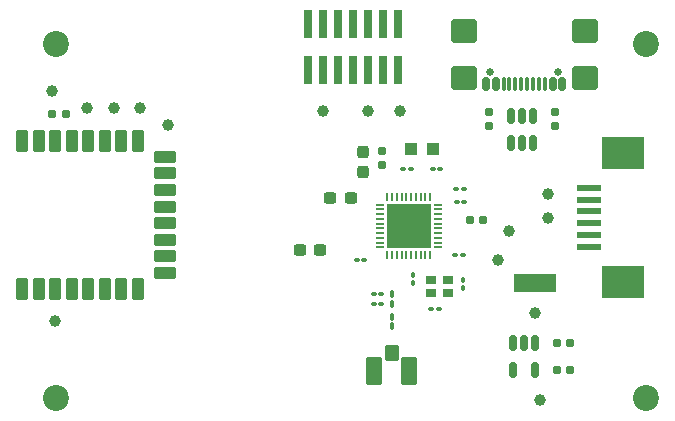
<source format=gts>
G04 #@! TF.GenerationSoftware,KiCad,Pcbnew,9.0.1*
G04 #@! TF.CreationDate,2025-08-05T19:10:54+03:00*
G04 #@! TF.ProjectId,com_board,636f6d5f-626f-4617-9264-2e6b69636164,rev?*
G04 #@! TF.SameCoordinates,Original*
G04 #@! TF.FileFunction,Soldermask,Top*
G04 #@! TF.FilePolarity,Negative*
%FSLAX46Y46*%
G04 Gerber Fmt 4.6, Leading zero omitted, Abs format (unit mm)*
G04 Created by KiCad (PCBNEW 9.0.1) date 2025-08-05 19:10:54*
%MOMM*%
%LPD*%
G01*
G04 APERTURE LIST*
G04 Aperture macros list*
%AMRoundRect*
0 Rectangle with rounded corners*
0 $1 Rounding radius*
0 $2 $3 $4 $5 $6 $7 $8 $9 X,Y pos of 4 corners*
0 Add a 4 corners polygon primitive as box body*
4,1,4,$2,$3,$4,$5,$6,$7,$8,$9,$2,$3,0*
0 Add four circle primitives for the rounded corners*
1,1,$1+$1,$2,$3*
1,1,$1+$1,$4,$5*
1,1,$1+$1,$6,$7*
1,1,$1+$1,$8,$9*
0 Add four rect primitives between the rounded corners*
20,1,$1+$1,$2,$3,$4,$5,0*
20,1,$1+$1,$4,$5,$6,$7,0*
20,1,$1+$1,$6,$7,$8,$9,0*
20,1,$1+$1,$8,$9,$2,$3,0*%
G04 Aperture macros list end*
%ADD10C,0.000000*%
%ADD11R,1.050000X1.100000*%
%ADD12RoundRect,0.155000X-0.212500X-0.155000X0.212500X-0.155000X0.212500X0.155000X-0.212500X0.155000X0*%
%ADD13RoundRect,0.100000X-0.100000X0.217500X-0.100000X-0.217500X0.100000X-0.217500X0.100000X0.217500X0*%
%ADD14RoundRect,0.237500X0.237500X-0.300000X0.237500X0.300000X-0.237500X0.300000X-0.237500X-0.300000X0*%
%ADD15RoundRect,0.102000X0.550000X1.125000X-0.550000X1.125000X-0.550000X-1.125000X0.550000X-1.125000X0*%
%ADD16RoundRect,0.102000X0.525000X0.550000X-0.525000X0.550000X-0.525000X-0.550000X0.525000X-0.550000X0*%
%ADD17R,0.740000X2.400000*%
%ADD18RoundRect,0.155000X0.155000X-0.212500X0.155000X0.212500X-0.155000X0.212500X-0.155000X-0.212500X0*%
%ADD19RoundRect,0.100000X-0.100000X0.130000X-0.100000X-0.130000X0.100000X-0.130000X0.100000X0.130000X0*%
%ADD20RoundRect,0.100000X0.130000X0.100000X-0.130000X0.100000X-0.130000X-0.100000X0.130000X-0.100000X0*%
%ADD21RoundRect,0.160000X0.160000X-0.197500X0.160000X0.197500X-0.160000X0.197500X-0.160000X-0.197500X0*%
%ADD22RoundRect,0.100000X-0.130000X-0.100000X0.130000X-0.100000X0.130000X0.100000X-0.130000X0.100000X0*%
%ADD23RoundRect,0.150000X0.350000X-0.800000X0.350000X0.800000X-0.350000X0.800000X-0.350000X-0.800000X0*%
%ADD24RoundRect,0.150000X0.800000X0.350000X-0.800000X0.350000X-0.800000X-0.350000X0.800000X-0.350000X0*%
%ADD25RoundRect,0.150000X-0.350000X0.800000X-0.350000X-0.800000X0.350000X-0.800000X0.350000X0.800000X0*%
%ADD26C,1.000000*%
%ADD27RoundRect,0.150000X-0.150000X0.512500X-0.150000X-0.512500X0.150000X-0.512500X0.150000X0.512500X0*%
%ADD28R,0.900000X0.800000*%
%ADD29C,0.650000*%
%ADD30RoundRect,0.150000X0.150000X0.425000X-0.150000X0.425000X-0.150000X-0.425000X0.150000X-0.425000X0*%
%ADD31RoundRect,0.075000X0.075000X0.500000X-0.075000X0.500000X-0.075000X-0.500000X0.075000X-0.500000X0*%
%ADD32RoundRect,0.250000X0.840000X0.750000X-0.840000X0.750000X-0.840000X-0.750000X0.840000X-0.750000X0*%
%ADD33R,2.000000X0.610000*%
%ADD34R,3.600000X2.680000*%
%ADD35RoundRect,0.160000X-0.197500X-0.160000X0.197500X-0.160000X0.197500X0.160000X-0.197500X0.160000X0*%
%ADD36C,2.200000*%
%ADD37R,0.200000X0.800000*%
%ADD38R,0.800000X0.200000*%
%ADD39R,3.700000X3.700000*%
%ADD40R,1.000000X1.500000*%
%ADD41RoundRect,0.237500X0.300000X0.237500X-0.300000X0.237500X-0.300000X-0.237500X0.300000X-0.237500X0*%
G04 APERTURE END LIST*
D10*
G04 #@! TO.C,JP1*
G36*
X141379997Y-109510005D02*
G01*
X141379999Y-111010005D01*
X139780001Y-111010001D01*
X139779999Y-109510001D01*
X141379997Y-109510005D01*
G37*
G04 #@! TD*
D11*
G04 #@! TO.C,Y1*
X130065000Y-98920000D03*
X131915000Y-98920000D03*
G04 #@! TD*
D12*
G04 #@! TO.C,C17*
X142392500Y-117600000D03*
X143527500Y-117600000D03*
G04 #@! TD*
D13*
G04 #@! TO.C,L1*
X128489995Y-111190003D03*
X128490003Y-112005005D03*
G04 #@! TD*
D14*
G04 #@! TO.C,C10*
X126040001Y-100892503D03*
X126039999Y-99167497D03*
G04 #@! TD*
D12*
G04 #@! TO.C,C18*
X142392502Y-115320001D03*
X143527498Y-115319999D03*
G04 #@! TD*
D15*
G04 #@! TO.C,J3*
X129915004Y-117740003D03*
X126965002Y-117740007D03*
D16*
X128439999Y-116190004D03*
G04 #@! TD*
D17*
G04 #@! TO.C,J2*
X128960001Y-88340009D03*
X128960003Y-92240011D03*
X127690014Y-88340014D03*
X127690012Y-92240005D03*
X126420008Y-88340008D03*
X126420013Y-92240011D03*
X125150009Y-88340005D03*
X125150005Y-92240009D03*
X123880001Y-88340003D03*
X123880006Y-92240006D03*
X122610002Y-88340009D03*
X122610000Y-92240000D03*
X121340011Y-88340003D03*
X121340013Y-92240005D03*
G04 #@! TD*
D18*
G04 #@! TO.C,C8*
X127630000Y-100257498D03*
X127630000Y-99122502D03*
G04 #@! TD*
D19*
G04 #@! TO.C,C3*
X134450001Y-110009998D03*
X134449995Y-110649998D03*
G04 #@! TD*
D20*
G04 #@! TO.C,C14*
X127539997Y-111170012D03*
X126900001Y-111170002D03*
G04 #@! TD*
D21*
G04 #@! TO.C,R1*
X142280000Y-96987500D03*
X142280000Y-95792500D03*
G04 #@! TD*
D22*
G04 #@! TO.C,C7*
X133919999Y-102339993D03*
X134559997Y-102340001D03*
G04 #@! TD*
D23*
G04 #@! TO.C,U1*
X97135000Y-110740000D03*
X98535000Y-110740000D03*
X99935000Y-110740000D03*
X101335000Y-110740001D03*
X102735000Y-110740000D03*
X104135000Y-110739999D03*
X105535000Y-110739999D03*
X106935000Y-110740000D03*
D24*
X109235000Y-109389999D03*
X109234999Y-107989999D03*
X109234999Y-106590001D03*
X109235000Y-105190002D03*
X109235000Y-103790000D03*
X109235000Y-102390000D03*
X109235000Y-100990001D03*
X109235000Y-99590001D03*
D25*
X106935002Y-98239999D03*
X105535001Y-98240000D03*
X104134999Y-98240000D03*
X102734998Y-98240001D03*
X101335000Y-98239999D03*
X99935001Y-98239999D03*
X98535001Y-98240000D03*
X97135000Y-98240000D03*
G04 #@! TD*
D26*
G04 #@! TO.C,TP2*
X126430005Y-95700006D03*
G04 #@! TD*
D22*
G04 #@! TO.C,C5*
X133800000Y-107889996D03*
X134439998Y-107890004D03*
G04 #@! TD*
D26*
G04 #@! TO.C,TP4*
X141030000Y-120200000D03*
G04 #@! TD*
D27*
G04 #@! TO.C,U2*
X140432500Y-96112502D03*
X139482501Y-96112501D03*
X138532500Y-96112498D03*
X138532502Y-98387498D03*
X139482501Y-98387499D03*
X140432502Y-98387502D03*
G04 #@! TD*
D26*
G04 #@! TO.C,TP7*
X141710000Y-102700000D03*
G04 #@! TD*
D19*
G04 #@! TO.C,C11*
X130250003Y-109619996D03*
X130249997Y-110259996D03*
G04 #@! TD*
D22*
G04 #@! TO.C,C6*
X133940001Y-103369996D03*
X134579999Y-103370004D03*
G04 #@! TD*
D20*
G04 #@! TO.C,C16*
X126099998Y-108280005D03*
X125460002Y-108279995D03*
G04 #@! TD*
D26*
G04 #@! TO.C,TP17*
X138400000Y-105870000D03*
G04 #@! TD*
D20*
G04 #@! TO.C,C2*
X130069999Y-100650003D03*
X129430003Y-100649993D03*
G04 #@! TD*
D26*
G04 #@! TO.C,TP12*
X99950000Y-113510000D03*
G04 #@! TD*
G04 #@! TO.C,TP9*
X107140000Y-95480000D03*
G04 #@! TD*
D28*
G04 #@! TO.C,Y2*
X131769998Y-111100001D03*
X133169998Y-111100001D03*
X133169998Y-110000001D03*
X131769998Y-110000001D03*
G04 #@! TD*
D29*
G04 #@! TO.C,J1*
X142550003Y-92374997D03*
X136770000Y-92374998D03*
D30*
X142860000Y-93449995D03*
X142060001Y-93450000D03*
D31*
X140910002Y-93449996D03*
X139910001Y-93449996D03*
X139410000Y-93450000D03*
X138410002Y-93449997D03*
D30*
X137260002Y-93449995D03*
X136459999Y-93449998D03*
X136459999Y-93449998D03*
X137260002Y-93449995D03*
D31*
X137910001Y-93449995D03*
X138909997Y-93449997D03*
X140410000Y-93449998D03*
X141410002Y-93449999D03*
D30*
X142060001Y-93450000D03*
X142860000Y-93449995D03*
D32*
X144770001Y-88944995D03*
X144770000Y-92874998D03*
X134550002Y-92874996D03*
X134550001Y-88945001D03*
G04 #@! TD*
D22*
G04 #@! TO.C,C1*
X131900002Y-100649997D03*
X132540000Y-100650005D03*
G04 #@! TD*
D26*
G04 #@! TO.C,TP6*
X141710000Y-104770000D03*
G04 #@! TD*
G04 #@! TO.C,TP3*
X129120007Y-95700005D03*
G04 #@! TD*
G04 #@! TO.C,TP5*
X140580000Y-112820000D03*
G04 #@! TD*
D33*
G04 #@! TO.C,UART_conn1*
X145180000Y-107209998D03*
X145179998Y-106209995D03*
X145179999Y-105209999D03*
X145179999Y-104209999D03*
X145180000Y-103210000D03*
X145180000Y-102209999D03*
D34*
X147980000Y-110199998D03*
X147980000Y-99219998D03*
G04 #@! TD*
D13*
G04 #@! TO.C,L2*
X128499994Y-113112506D03*
X128500002Y-113927508D03*
G04 #@! TD*
D22*
G04 #@! TO.C,C4*
X131775002Y-112479997D03*
X132415000Y-112480005D03*
G04 #@! TD*
D26*
G04 #@! TO.C,TP8*
X104890000Y-95480000D03*
G04 #@! TD*
D35*
G04 #@! TO.C,R3*
X99672500Y-95960000D03*
X100867500Y-95960000D03*
G04 #@! TD*
D20*
G04 #@! TO.C,C15*
X127559997Y-112030009D03*
X126920001Y-112029999D03*
G04 #@! TD*
D36*
G04 #@! TO.C,H3*
X150000000Y-120000000D03*
G04 #@! TD*
D27*
G04 #@! TO.C,U5*
X140592500Y-115322502D03*
X139642501Y-115322501D03*
X138692500Y-115322498D03*
X138692502Y-117597498D03*
X140592502Y-117597502D03*
G04 #@! TD*
D36*
G04 #@! TO.C,H4*
X100000000Y-90000000D03*
G04 #@! TD*
D37*
G04 #@! TO.C,IC1*
X131679998Y-102990003D03*
X131279998Y-102990001D03*
X130880002Y-102990002D03*
X130479999Y-102990002D03*
X130080000Y-102990000D03*
X129679999Y-102990003D03*
X129280001Y-102990002D03*
X128880000Y-102990000D03*
X128480001Y-102989996D03*
X128079997Y-102989999D03*
D38*
X127430003Y-103640002D03*
X127430001Y-104040002D03*
X127430002Y-104439998D03*
X127430002Y-104840001D03*
X127430000Y-105240000D03*
X127430003Y-105640001D03*
X127430002Y-106039999D03*
X127430000Y-106440000D03*
X127429996Y-106839999D03*
X127429999Y-107240003D03*
D37*
X128080002Y-107889997D03*
X128480002Y-107889999D03*
X128879998Y-107889998D03*
X129280001Y-107889998D03*
X129680000Y-107890000D03*
X130080001Y-107889997D03*
X130479999Y-107889998D03*
X130880000Y-107890000D03*
X131279999Y-107890004D03*
X131680003Y-107890001D03*
D38*
X132329997Y-107239998D03*
X132329999Y-106839998D03*
X132329998Y-106440002D03*
X132329998Y-106039999D03*
X132330000Y-105640000D03*
X132329997Y-105239999D03*
X132329998Y-104840001D03*
X132330000Y-104440000D03*
X132330004Y-104040001D03*
X132330001Y-103639997D03*
D39*
X129880000Y-105440000D03*
G04 #@! TD*
D26*
G04 #@! TO.C,TP13*
X99690000Y-94050000D03*
G04 #@! TD*
D36*
G04 #@! TO.C,H2*
X100000000Y-120000000D03*
G04 #@! TD*
D40*
G04 #@! TO.C,JP1*
X141880000Y-110260000D03*
X140579999Y-110260003D03*
X139279998Y-110260006D03*
G04 #@! TD*
D26*
G04 #@! TO.C,TP11*
X109530000Y-96860000D03*
G04 #@! TD*
G04 #@! TO.C,TP10*
X102650000Y-95480000D03*
G04 #@! TD*
D12*
G04 #@! TO.C,C12*
X135052502Y-104920001D03*
X136187498Y-104919999D03*
G04 #@! TD*
D21*
G04 #@! TO.C,R2*
X136660000Y-96947500D03*
X136660000Y-95752500D03*
G04 #@! TD*
D41*
G04 #@! TO.C,C13*
X124972503Y-103109999D03*
X123247497Y-103110001D03*
G04 #@! TD*
D36*
G04 #@! TO.C,H1*
X150000000Y-90000000D03*
G04 #@! TD*
D26*
G04 #@! TO.C,TP1*
X122620004Y-95700010D03*
G04 #@! TD*
D41*
G04 #@! TO.C,C9*
X122382503Y-107459999D03*
X120657497Y-107460001D03*
G04 #@! TD*
D26*
G04 #@! TO.C,TP16*
X137450000Y-108280000D03*
G04 #@! TD*
M02*

</source>
